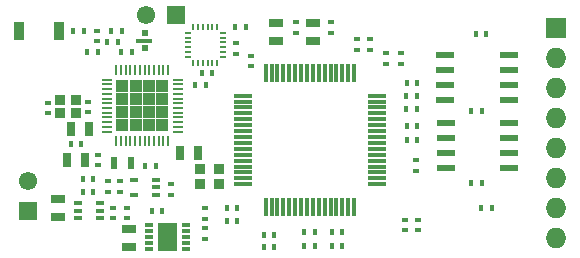
<source format=gts>
G04 #@! TF.FileFunction,Soldermask,Top*
%FSLAX46Y46*%
G04 Gerber Fmt 4.6, Leading zero omitted, Abs format (unit mm)*
G04 Created by KiCad (PCBNEW 4.0.6) date 12/13/17 15:02:03*
%MOMM*%
%LPD*%
G01*
G04 APERTURE LIST*
%ADD10C,0.150000*%
%ADD11R,0.428780X0.629440*%
%ADD12R,0.629440X0.428780*%
%ADD13R,0.630000X1.130000*%
%ADD14R,1.530000X0.330000*%
%ADD15R,0.330000X1.530000*%
%ADD16R,1.173000X0.665000*%
%ADD17R,0.230000X0.530000*%
%ADD18R,0.230000X0.580000*%
%ADD19R,0.530000X0.230000*%
%ADD20R,0.580000X0.230000*%
%ADD21R,0.730000X0.330000*%
%ADD22R,0.630000X0.630000*%
%ADD23R,1.554000X1.554000*%
%ADD24C,1.554000*%
%ADD25R,0.830000X0.830000*%
%ADD26R,0.680000X0.430000*%
%ADD27R,0.665000X1.173000*%
%ADD28R,0.930000X0.830000*%
%ADD29R,0.830000X1.630000*%
%ADD30R,0.230000X0.830000*%
%ADD31R,0.830000X0.230000*%
%ADD32R,1.142500X1.142500*%
%ADD33R,1.580000X0.630000*%
%ADD34R,0.680000X0.330000*%
%ADD35R,0.805000X1.270000*%
%ADD36R,1.730000X1.730000*%
%ADD37O,1.730000X1.730000*%
G04 APERTURE END LIST*
D10*
D11*
X306500420Y-142660000D03*
X307399580Y-142660000D03*
D12*
X300980000Y-138600420D03*
X300980000Y-139499580D03*
D13*
X276850000Y-138850000D03*
X275450000Y-138850000D03*
D12*
X280240000Y-140650420D03*
X280240000Y-141549580D03*
D11*
X278959580Y-139100000D03*
X278060420Y-139100000D03*
D12*
X276530000Y-143539580D03*
X276530000Y-142640420D03*
X283120000Y-142660420D03*
X283120000Y-143559580D03*
D11*
X306040420Y-127890000D03*
X306939580Y-127890000D03*
X305650420Y-134470000D03*
X306549580Y-134470000D03*
X305630420Y-140530000D03*
X306529580Y-140530000D03*
D14*
X297700000Y-140650000D03*
X297700000Y-140150000D03*
X297700000Y-139650000D03*
X297700000Y-139150000D03*
X297700000Y-138650000D03*
X297700000Y-138150000D03*
X297700000Y-137650000D03*
X297700000Y-137150000D03*
X297700000Y-136650000D03*
X297700000Y-136150000D03*
X297700000Y-135650000D03*
X297700000Y-135150000D03*
X297700000Y-134650000D03*
X297700000Y-134150000D03*
X297700000Y-133650000D03*
X297700000Y-133150000D03*
D15*
X295750000Y-131200000D03*
X295250000Y-131200000D03*
X294750000Y-131200000D03*
X294250000Y-131200000D03*
X293750000Y-131200000D03*
X293250000Y-131200000D03*
X292750000Y-131200000D03*
X292250000Y-131200000D03*
X291750000Y-131200000D03*
X291250000Y-131200000D03*
X290750000Y-131200000D03*
X290250000Y-131200000D03*
X289750000Y-131200000D03*
X289250000Y-131200000D03*
X288750000Y-131200000D03*
X288250000Y-131200000D03*
D14*
X286300000Y-133150000D03*
X286300000Y-133650000D03*
X286300000Y-134150000D03*
X286300000Y-134650000D03*
X286300000Y-135150000D03*
X286300000Y-135650000D03*
X286300000Y-136150000D03*
X286300000Y-136650000D03*
X286300000Y-137150000D03*
X286300000Y-137650000D03*
X286300000Y-138150000D03*
X286300000Y-138650000D03*
X286300000Y-139150000D03*
X286300000Y-139650000D03*
X286300000Y-140150000D03*
X286300000Y-140650000D03*
D15*
X288250000Y-142600000D03*
X288750000Y-142600000D03*
X289250000Y-142600000D03*
X289750000Y-142600000D03*
X290250000Y-142600000D03*
X290750000Y-142600000D03*
X291250000Y-142600000D03*
X291750000Y-142600000D03*
X292250000Y-142600000D03*
X292750000Y-142600000D03*
X293250000Y-142600000D03*
X293750000Y-142600000D03*
X294250000Y-142600000D03*
X294750000Y-142600000D03*
X295250000Y-142600000D03*
X295750000Y-142600000D03*
D16*
X276690000Y-145992000D03*
X276690000Y-144468000D03*
D12*
X283140000Y-144380420D03*
X283140000Y-145279580D03*
X274070000Y-139049580D03*
X274070000Y-138150420D03*
D17*
X282140000Y-130350000D03*
D18*
X282540000Y-130350000D03*
X282940000Y-130350000D03*
X283340000Y-130350000D03*
X283740000Y-130350000D03*
D17*
X284140000Y-130350000D03*
D19*
X284640000Y-129850000D03*
D20*
X284640000Y-129450000D03*
X284640000Y-129050000D03*
X284640000Y-128650000D03*
X284640000Y-128250000D03*
D19*
X284640000Y-127850000D03*
D17*
X284140000Y-127350000D03*
D18*
X283740000Y-127350000D03*
X283340000Y-127350000D03*
X282940000Y-127350000D03*
X282540000Y-127350000D03*
D17*
X282140000Y-127350000D03*
D19*
X281640000Y-127850000D03*
D20*
X281640000Y-128250000D03*
X281640000Y-128650000D03*
X281640000Y-129050000D03*
X281640000Y-129450000D03*
D19*
X281640000Y-129850000D03*
D11*
X283199580Y-132210000D03*
X282300420Y-132210000D03*
X283719580Y-131270000D03*
X282820420Y-131270000D03*
X285650420Y-127360000D03*
X286549580Y-127360000D03*
D12*
X285780000Y-128730420D03*
X285780000Y-129629580D03*
D21*
X278326500Y-128500000D03*
D22*
X278000000Y-129112500D03*
X278000000Y-127887500D03*
D21*
X277637500Y-128500000D03*
D11*
X275729580Y-128620000D03*
X274830420Y-128620000D03*
X273150420Y-129450000D03*
X274049580Y-129450000D03*
D16*
X289100000Y-128512000D03*
X289100000Y-126988000D03*
D23*
X280630000Y-126340000D03*
D24*
X278090000Y-126340000D03*
D12*
X297075000Y-128375420D03*
X297075000Y-129274580D03*
D11*
X288100420Y-144950000D03*
X288999580Y-144950000D03*
D25*
X284310000Y-139400000D03*
X282710000Y-139400000D03*
D11*
X288100420Y-146000000D03*
X288999580Y-146000000D03*
D26*
X274262500Y-143537500D03*
X274262500Y-142237500D03*
X272362500Y-142887500D03*
X274262500Y-142887500D03*
X272362500Y-142237500D03*
X272362500Y-143537500D03*
D12*
X290800000Y-127849580D03*
X290800000Y-126950420D03*
X296025000Y-128375420D03*
X296025000Y-129274580D03*
D11*
X284950420Y-142675000D03*
X285849580Y-142675000D03*
X300190420Y-132060000D03*
X301089580Y-132060000D03*
X285849580Y-143750000D03*
X284950420Y-143750000D03*
X291500420Y-145850000D03*
X292399580Y-145850000D03*
X291500420Y-144725000D03*
X292399580Y-144725000D03*
X294749580Y-145900000D03*
X293850420Y-145900000D03*
D12*
X286975000Y-129775420D03*
X286975000Y-130674580D03*
D11*
X294749580Y-144725000D03*
X293850420Y-144725000D03*
D12*
X293775000Y-126950420D03*
X293775000Y-127849580D03*
X299700000Y-129530420D03*
X299700000Y-130429580D03*
X298475000Y-129530420D03*
X298475000Y-130429580D03*
D16*
X292275000Y-126963000D03*
X292275000Y-128487000D03*
X270712500Y-141925500D03*
X270712500Y-143449500D03*
D11*
X272762920Y-141287500D03*
X273662080Y-141287500D03*
D12*
X275362500Y-143537080D03*
X275362500Y-142637920D03*
D11*
X278610420Y-142930000D03*
X279509580Y-142930000D03*
D12*
X300075000Y-144549580D03*
X300075000Y-143650420D03*
X301175000Y-144549580D03*
X301175000Y-143650420D03*
D11*
X300150420Y-133160000D03*
X301049580Y-133160000D03*
X300175420Y-134250000D03*
X301074580Y-134250000D03*
X300200420Y-135690000D03*
X301099580Y-135690000D03*
X300200420Y-136910000D03*
X301099580Y-136910000D03*
D25*
X284310000Y-140650000D03*
X282710000Y-140650000D03*
D23*
X268160000Y-142940000D03*
D24*
X268160000Y-140400000D03*
D27*
X272932000Y-138620000D03*
X271408000Y-138620000D03*
D28*
X270800000Y-133500000D03*
X272200000Y-133500000D03*
X270800000Y-134600000D03*
X272200000Y-134600000D03*
D12*
X274890000Y-140390420D03*
X274890000Y-141289580D03*
D11*
X273649580Y-140200000D03*
X272750420Y-140200000D03*
D12*
X269800000Y-133750420D03*
X269800000Y-134649580D03*
X273200000Y-134549580D03*
X273200000Y-133650420D03*
D11*
X276899580Y-129450000D03*
X276000420Y-129450000D03*
D12*
X275910000Y-140390420D03*
X275910000Y-141289580D03*
D29*
X270745000Y-127673000D03*
X267345000Y-127673000D03*
D11*
X272849580Y-127700000D03*
X271950420Y-127700000D03*
D12*
X274000000Y-127650420D03*
X274000000Y-128549580D03*
D11*
X276049580Y-127700000D03*
X275150420Y-127700000D03*
X271730420Y-137270000D03*
X272629580Y-137270000D03*
D27*
X273262000Y-136000000D03*
X271738000Y-136000000D03*
X281028000Y-138030000D03*
X282552000Y-138030000D03*
D30*
X275600000Y-137000000D03*
X276000000Y-137000000D03*
X276400000Y-137000000D03*
X276800000Y-137000000D03*
X277200000Y-137000000D03*
X277600000Y-137000000D03*
X278000000Y-137000000D03*
X278400000Y-137000000D03*
X278800000Y-137000000D03*
X279200000Y-137000000D03*
X279600000Y-137000000D03*
X280000000Y-137000000D03*
D31*
X280800000Y-136200000D03*
X280800000Y-135800000D03*
X280800000Y-135400000D03*
X280800000Y-135000000D03*
X280800000Y-134600000D03*
X280800000Y-134200000D03*
X280800000Y-133800000D03*
X280800000Y-133400000D03*
X280800000Y-133000000D03*
X280800000Y-132600000D03*
X280800000Y-132200000D03*
X280800000Y-131800000D03*
D30*
X280000000Y-131000000D03*
X279600000Y-131000000D03*
X279200000Y-131000000D03*
X278800000Y-131000000D03*
X278400000Y-131000000D03*
X278000000Y-131000000D03*
X277600000Y-131000000D03*
X277200000Y-131000000D03*
X276800000Y-131000000D03*
X276400000Y-131000000D03*
X276000000Y-131000000D03*
X275600000Y-131000000D03*
D31*
X274800000Y-131800000D03*
X274800000Y-132200000D03*
X274800000Y-132600000D03*
X274800000Y-133000000D03*
X274800000Y-133400000D03*
X274800000Y-133800000D03*
X274800000Y-134200000D03*
X274800000Y-134600000D03*
X274800000Y-135000000D03*
X274800000Y-135400000D03*
X274800000Y-135800000D03*
X274800000Y-136200000D03*
D32*
X279468750Y-132331250D03*
X278356250Y-132331250D03*
X277243750Y-132331250D03*
X276131250Y-132331250D03*
X279468750Y-133443750D03*
X278356250Y-133443750D03*
X277243750Y-133443750D03*
X276131250Y-133443750D03*
X279468750Y-134556250D03*
X278356250Y-134556250D03*
X277243750Y-134556250D03*
X276131250Y-134556250D03*
X279468750Y-135668750D03*
X278356250Y-135668750D03*
X277243750Y-135668750D03*
X276131250Y-135668750D03*
D33*
X308880000Y-136705000D03*
X308880000Y-139245000D03*
X308880000Y-137975000D03*
X308880000Y-135435000D03*
X303480000Y-135435000D03*
X303480000Y-136705000D03*
X303480000Y-137975000D03*
X303480000Y-139245000D03*
X308870000Y-131005000D03*
X308870000Y-133545000D03*
X308870000Y-132275000D03*
X308870000Y-129735000D03*
X303470000Y-129735000D03*
X303470000Y-131005000D03*
X303470000Y-132275000D03*
X303470000Y-133545000D03*
D34*
X278410000Y-144120000D03*
X278410000Y-144620000D03*
X278410000Y-145120000D03*
X278410000Y-145620000D03*
X278410000Y-146120000D03*
X281510000Y-146120000D03*
X281510000Y-145620000D03*
X281510000Y-145120000D03*
X281510000Y-144620000D03*
X281510000Y-144120000D03*
D35*
X280347500Y-145740000D03*
X280347500Y-144500000D03*
X279572500Y-145740000D03*
X279572500Y-144500000D03*
D26*
X279010000Y-141550000D03*
X279010000Y-140250000D03*
X279010000Y-140900000D03*
X277110000Y-140250000D03*
X277110000Y-141550000D03*
D36*
X312840000Y-127410000D03*
D37*
X312840000Y-129950000D03*
X312840000Y-132490000D03*
X312840000Y-135030000D03*
X312840000Y-137570000D03*
X312840000Y-140110000D03*
X312840000Y-142650000D03*
X312840000Y-145190000D03*
M02*

</source>
